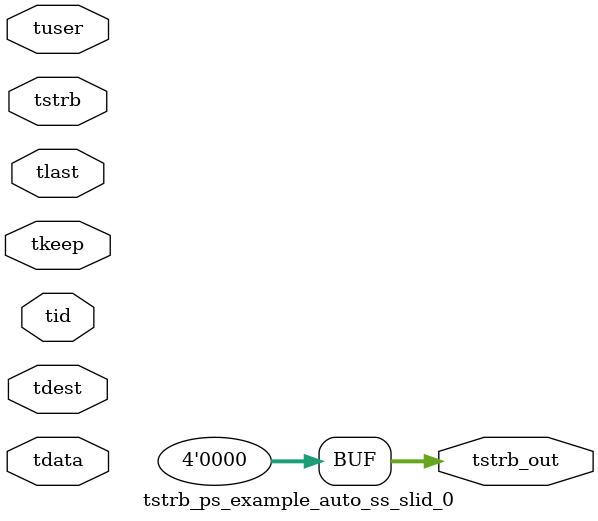
<source format=v>


`timescale 1ps/1ps

module tstrb_ps_example_auto_ss_slid_0 #
(
parameter C_S_AXIS_TDATA_WIDTH = 32,
parameter C_S_AXIS_TUSER_WIDTH = 0,
parameter C_S_AXIS_TID_WIDTH   = 0,
parameter C_S_AXIS_TDEST_WIDTH = 0,
parameter C_M_AXIS_TDATA_WIDTH = 32
)
(
input  [(C_S_AXIS_TDATA_WIDTH == 0 ? 1 : C_S_AXIS_TDATA_WIDTH)-1:0     ] tdata,
input  [(C_S_AXIS_TUSER_WIDTH == 0 ? 1 : C_S_AXIS_TUSER_WIDTH)-1:0     ] tuser,
input  [(C_S_AXIS_TID_WIDTH   == 0 ? 1 : C_S_AXIS_TID_WIDTH)-1:0       ] tid,
input  [(C_S_AXIS_TDEST_WIDTH == 0 ? 1 : C_S_AXIS_TDEST_WIDTH)-1:0     ] tdest,
input  [(C_S_AXIS_TDATA_WIDTH/8)-1:0 ] tkeep,
input  [(C_S_AXIS_TDATA_WIDTH/8)-1:0 ] tstrb,
input                                                                    tlast,
output [(C_M_AXIS_TDATA_WIDTH/8)-1:0 ] tstrb_out
);

assign tstrb_out = {1'b0};

endmodule


</source>
